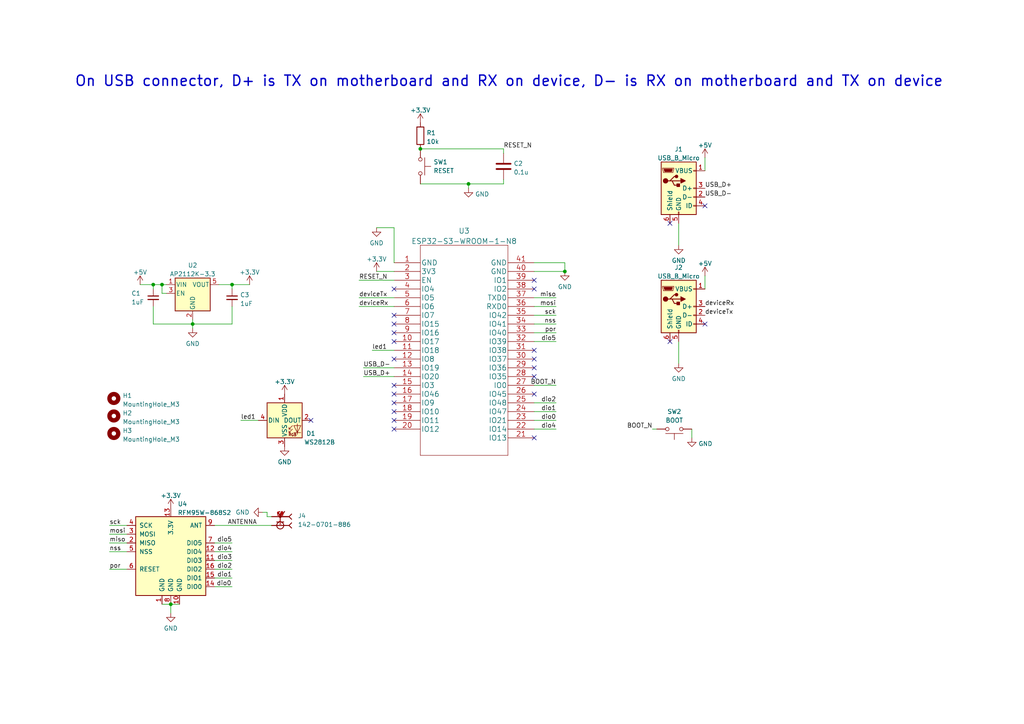
<source format=kicad_sch>
(kicad_sch (version 20230121) (generator eeschema)
  (paper "A4")
  (lib_symbols
    (symbol "Connector:USB_B_Micro" (pin_names (offset 1.016))
      (property "Reference" "J" (at -5.08 11.43 0))
      (property "Value" "USB_B_Micro" (at -5.08 8.89 0))
      (symbol "USB_B_Micro_0_1"
        (rectangle (start -5.08 -7.62) (end 5.08 7.62) (stroke (width 0.254)) (fill (type background)))
        (circle (center -3.81 2.159) (radius 0.635) (stroke (width 0.254)) (fill (type outline)))
        (circle (center -0.635 3.429) (radius 0.381) (stroke (width 0.254)) (fill (type outline)))
        (rectangle (start -0.127 -7.62) (end 0.127 -6.858))
        (polyline (pts (xy -1.905 2.159) (xy 0.635 2.159)) (stroke (width 0.254)))
        (polyline (pts (xy -3.175 2.159) (xy -2.54 2.159) (xy -1.27 3.429) (xy -0.635 3.429)) (stroke (width 0.254)))
        (polyline (pts (xy -2.54 2.159) (xy -1.905 2.159) (xy -1.27 0.889) (xy 0 0.889)) (stroke (width 0.254)))
        (polyline (pts (xy 0.635 2.794) (xy 0.635 1.524) (xy 1.905 2.159) (xy 0.635 2.794)) (stroke (width 0.254)) (fill (type outline)))
        (polyline (pts (xy -4.318 5.588) (xy -1.778 5.588) (xy -2.032 4.826) (xy -4.064 4.826) (xy -4.318 5.588)) (fill (type outline)))
        (polyline (pts (xy -4.699 5.842) (xy -4.699 5.588) (xy -4.445 4.826) (xy -4.445 4.572) (xy -1.651 4.572) (xy -1.651 4.826) (xy -1.397 5.588) (xy -1.397 5.842) (xy -4.699 5.842)))
        (rectangle (start 0.254 1.27) (end -0.508 0.508) (stroke (width 0.254)) (fill (type outline)))
        (rectangle (start 5.08 -5.207) (end 4.318 -4.953))
        (rectangle (start 5.08 -2.667) (end 4.318 -2.413))
        (rectangle (start 5.08 -0.127) (end 4.318 0.127))
        (rectangle (start 5.08 4.953) (end 4.318 5.207))
      )
      (symbol "USB_B_Micro_1_1"
        (pin power_out line (at 7.62 5.08 180) (length 2.54) (name "VBUS") (number "1"))
        (pin bidirectional line (at 7.62 -2.54 180) (length 2.54) (name "D-") (number "2"))
        (pin bidirectional line (at 7.62 0 180) (length 2.54) (name "D+") (number "3"))
        (pin passive line (at 7.62 -5.08 180) (length 2.54) (name "ID") (number "4"))
        (pin power_out line (at 0 -10.16 90) (length 2.54) (name "GND") (number "5"))
        (pin passive line (at -2.54 -10.16 90) (length 2.54) (name "Shield") (number "6"))
      )
    )
    (symbol "Device:C" (pin_numbers hide) (pin_names (offset 0.254))
      (property "Reference" "C" (at 0.635 2.54 0))
      (property "Value" "C" (at 0.635 -2.54 0))
      (symbol "C_0_1"
        (polyline (pts (xy -2.032 -0.762) (xy 2.032 -0.762)) (stroke (width 0.508)))
        (polyline (pts (xy -2.032 0.762) (xy 2.032 0.762)) (stroke (width 0.508)))
      )
      (symbol "C_1_1"
        (pin passive line (at 0 3.81 270) (length 2.794) (name "~") (number "1"))
        (pin passive line (at 0 -3.81 90) (length 2.794) (name "~") (number "2"))
      )
    )
    (symbol "Device:C_Small" (pin_numbers hide) (pin_names (offset 0.254) hide)
      (property "Reference" "C" (at 0.254 1.778 0))
      (property "Value" "C_Small" (at 0.254 -2.032 0))
      (symbol "C_Small_0_1"
        (polyline (pts (xy -1.524 -0.508) (xy 1.524 -0.508)) (stroke (width 0.3302)))
        (polyline (pts (xy -1.524 0.508) (xy 1.524 0.508)) (stroke (width 0.3048)))
      )
      (symbol "C_Small_1_1"
        (pin passive line (at 0 2.54 270) (length 2.032) (name "~") (number "1"))
        (pin passive line (at 0 -2.54 90) (length 2.032) (name "~") (number "2"))
      )
    )
    (symbol "Device:R" (pin_numbers hide) (pin_names (offset 0))
      (property "Reference" "R" (at 2.032 0 90))
      (property "Value" "R" (at 0 0 90))
      (symbol "R_0_1"
        (rectangle (start -1.016 -2.54) (end 1.016 2.54) (stroke (width 0.254)))
      )
      (symbol "R_1_1"
        (pin passive line (at 0 3.81 270) (length 1.27) (name "~") (number "1"))
        (pin passive line (at 0 -3.81 90) (length 1.27) (name "~") (number "2"))
      )
    )
    (symbol "ESP32-S3-WROOM-1-N8:142-0701-886" (pin_names (offset 1.016))
      (property "Reference" "J" (at -3.81 4.064 0))
      (property "Value" "142-0701-886" (at -4.064 -4.318 0))
      (symbol "142-0701-886_0_0"
        (polyline (pts (xy -3.302 -0.762) (xy -2.54 0)) (stroke (width 0.254)))
        (polyline (pts (xy -3.302 0.762) (xy -2.54 0)) (stroke (width 0.254)))
        (polyline (pts (xy -3.302 1.778) (xy -2.54 2.54)) (stroke (width 0.254)))
        (polyline (pts (xy -3.302 3.302) (xy -2.54 2.54)) (stroke (width 0.254)))
        (polyline (pts (xy -2.54 0) (xy 0 0)) (stroke (width 0.254)))
        (polyline (pts (xy -2.54 2.54) (xy 2.54 2.54)) (stroke (width 0.254)))
        (polyline (pts (xy -1.016 1.524) (xy 0 1.524)) (stroke (width 0.254)))
        (polyline (pts (xy -0.762 -0.762) (xy -1.27 -1.524)) (stroke (width 0.254)))
        (polyline (pts (xy 0 -0.762) (xy -0.762 -0.762)) (stroke (width 0.254)))
        (polyline (pts (xy 0 -0.762) (xy -0.508 -1.524)) (stroke (width 0.254)))
        (polyline (pts (xy 0 -0.762) (xy 0.762 -0.762)) (stroke (width 0.254)))
        (polyline (pts (xy 0 0) (xy -2.286 0)) (stroke (width 0.254)))
        (polyline (pts (xy 0 0) (xy 0 -0.762)) (stroke (width 0.254)))
        (polyline (pts (xy 0 1.524) (xy 0 0)) (stroke (width 0.254)))
        (polyline (pts (xy 0 1.524) (xy 1.016 1.524)) (stroke (width 0.254)))
        (polyline (pts (xy 0.762 -0.762) (xy 0.254 -1.524)) (stroke (width 0.254)))
        (polyline (pts (xy 2.54 0) (xy 0 0)) (stroke (width 0.254)))
        (circle (center 0 0) (radius 0.254) (stroke (width 0.254)))
        (circle (center 0 2.54) (radius 1.016) (stroke (width 0.254)))
        (pin passive line (at 2.54 2.54 180) (length 5.08) (name "~") (number "1"))
        (pin passive line (at 2.54 0 180) (length 5.08) (name "~") (number "S1"))
        (pin passive line (at 2.54 0 180) (length 5.08) (name "~") (number "S2"))
        (pin passive line (at 2.54 0 180) (length 5.08) (name "~") (number "S3"))
        (pin passive line (at 2.54 0 180) (length 5.08) (name "~") (number "S4"))
      )
    )
    (symbol "ESP32-S3-WROOM-1-N8:ESP32-S3-WROOM-1-N8" (pin_names (offset 0.254))
      (property "Reference" "U" (at 20.32 10.16 0))
      (property "Value" "ESP32-S3-WROOM-1-N8" (at 20.32 7.62 0))
      (symbol "ESP32-S3-WROOM-1-N8_1_1"
        (polyline (pts (xy 7.62 -55.88) (xy 33.02 -55.88)) (stroke (width 0.127)))
        (polyline (pts (xy 7.62 5.08) (xy 7.62 -55.88)) (stroke (width 0.127)))
        (polyline (pts (xy 33.02 -55.88) (xy 33.02 5.08)) (stroke (width 0.127)))
        (polyline (pts (xy 33.02 5.08) (xy 7.62 5.08)) (stroke (width 0.127)))
        (pin power_in line (at 0 0 0) (length 7.62) (name "GND") (number "1"))
        (pin bidirectional line (at 0 -22.86 0) (length 7.62) (name "IO17") (number "10"))
        (pin bidirectional line (at 0 -25.4 0) (length 7.62) (name "IO18") (number "11"))
        (pin bidirectional line (at 0 -27.94 0) (length 7.62) (name "IO8") (number "12"))
        (pin bidirectional line (at 0 -30.48 0) (length 7.62) (name "IO19") (number "13"))
        (pin bidirectional line (at 0 -33.02 0) (length 7.62) (name "IO20") (number "14"))
        (pin bidirectional line (at 0 -35.56 0) (length 7.62) (name "IO3") (number "15"))
        (pin bidirectional line (at 0 -38.1 0) (length 7.62) (name "IO46") (number "16"))
        (pin bidirectional line (at 0 -40.64 0) (length 7.62) (name "IO9") (number "17"))
        (pin bidirectional line (at 0 -43.18 0) (length 7.62) (name "IO10") (number "18"))
        (pin bidirectional line (at 0 -45.72 0) (length 7.62) (name "IO11") (number "19"))
        (pin power_in line (at 0 -2.54 0) (length 7.62) (name "3V3") (number "2"))
        (pin bidirectional line (at 0 -48.26 0) (length 7.62) (name "IO12") (number "20"))
        (pin bidirectional line (at 40.64 -50.8 180) (length 7.62) (name "IO13") (number "21"))
        (pin bidirectional line (at 40.64 -48.26 180) (length 7.62) (name "IO14") (number "22"))
        (pin bidirectional line (at 40.64 -45.72 180) (length 7.62) (name "IO21") (number "23"))
        (pin bidirectional line (at 40.64 -43.18 180) (length 7.62) (name "IO47") (number "24"))
        (pin bidirectional line (at 40.64 -40.64 180) (length 7.62) (name "IO48") (number "25"))
        (pin bidirectional line (at 40.64 -38.1 180) (length 7.62) (name "IO45") (number "26"))
        (pin bidirectional line (at 40.64 -35.56 180) (length 7.62) (name "IO0") (number "27"))
        (pin bidirectional line (at 40.64 -33.02 180) (length 7.62) (name "IO35") (number "28"))
        (pin bidirectional line (at 40.64 -30.48 180) (length 7.62) (name "IO36") (number "29"))
        (pin input line (at 0 -5.08 0) (length 7.62) (name "EN") (number "3"))
        (pin bidirectional line (at 40.64 -27.94 180) (length 7.62) (name "IO37") (number "30"))
        (pin bidirectional line (at 40.64 -25.4 180) (length 7.62) (name "IO38") (number "31"))
        (pin bidirectional line (at 40.64 -22.86 180) (length 7.62) (name "IO39") (number "32"))
        (pin bidirectional line (at 40.64 -20.32 180) (length 7.62) (name "IO40") (number "33"))
        (pin bidirectional line (at 40.64 -17.78 180) (length 7.62) (name "IO41") (number "34"))
        (pin bidirectional line (at 40.64 -15.24 180) (length 7.62) (name "IO42") (number "35"))
        (pin bidirectional line (at 40.64 -12.7 180) (length 7.62) (name "RXD0") (number "36"))
        (pin bidirectional line (at 40.64 -10.16 180) (length 7.62) (name "TXD0") (number "37"))
        (pin bidirectional line (at 40.64 -7.62 180) (length 7.62) (name "IO2") (number "38"))
        (pin bidirectional line (at 40.64 -5.08 180) (length 7.62) (name "IO1") (number "39"))
        (pin bidirectional line (at 0 -7.62 0) (length 7.62) (name "IO4") (number "4"))
        (pin power_in line (at 40.64 -2.54 180) (length 7.62) (name "GND") (number "40"))
        (pin power_in line (at 40.64 0 180) (length 7.62) (name "GND") (number "41"))
        (pin bidirectional line (at 0 -10.16 0) (length 7.62) (name "IO5") (number "5"))
        (pin bidirectional line (at 0 -12.7 0) (length 7.62) (name "IO6") (number "6"))
        (pin bidirectional line (at 0 -15.24 0) (length 7.62) (name "IO7") (number "7"))
        (pin bidirectional line (at 0 -17.78 0) (length 7.62) (name "IO15") (number "8"))
        (pin bidirectional line (at 0 -20.32 0) (length 7.62) (name "IO16") (number "9"))
      )
    )
    (symbol "LED:WS2812B" (pin_names (offset 0.254))
      (property "Reference" "D" (at 5.08 5.715 0))
      (property "Value" "WS2812B" (at 1.27 -5.715 0))
      (symbol "WS2812B_0_0"
        (text "RGB" (at 2.286 -4.191 0) (effects (font (size 0.762 0.762))))
      )
      (symbol "WS2812B_0_1"
        (polyline (pts (xy 1.27 -3.556) (xy 1.778 -3.556)))
        (polyline (pts (xy 1.27 -2.54) (xy 1.778 -2.54)))
        (polyline (pts (xy 4.699 -3.556) (xy 2.667 -3.556)))
        (polyline (pts (xy 2.286 -2.54) (xy 1.27 -3.556) (xy 1.27 -3.048)))
        (polyline (pts (xy 2.286 -1.524) (xy 1.27 -2.54) (xy 1.27 -2.032)))
        (polyline (pts (xy 3.683 -1.016) (xy 3.683 -3.556) (xy 3.683 -4.064)))
        (polyline (pts (xy 4.699 -1.524) (xy 2.667 -1.524) (xy 3.683 -3.556) (xy 4.699 -1.524)))
        (rectangle (start 5.08 5.08) (end -5.08 -5.08) (stroke (width 0.254)) (fill (type background)))
      )
      (symbol "WS2812B_1_1"
        (pin power_in line (at 0 7.62 270) (length 2.54) (name "VDD") (number "1"))
        (pin output line (at 7.62 0 180) (length 2.54) (name "DOUT") (number "2"))
        (pin power_in line (at 0 -7.62 90) (length 2.54) (name "VSS") (number "3"))
        (pin input line (at -7.62 0 0) (length 2.54) (name "DIN") (number "4"))
      )
    )
    (symbol "Mechanical:MountingHole" (pin_names (offset 1.016))
      (property "Reference" "H" (at 0 5.08 0))
      (property "Value" "MountingHole" (at 0 3.175 0))
      (symbol "MountingHole_0_1"
        (circle (center 0 0) (radius 1.27) (stroke (width 1.27)))
      )
    )
    (symbol "RF_Module:RFM95W-868S2" (pin_names (offset 1.016))
      (property "Reference" "U" (at -10.414 11.684 0))
      (property "Value" "RFM95W-868S2" (at 1.524 11.43 0))
      (symbol "RFM95W-868S2_0_1"
        (rectangle (start -10.16 10.16) (end 10.16 -12.7) (stroke (width 0.254)) (fill (type background)))
      )
      (symbol "RFM95W-868S2_1_1"
        (pin power_in line (at -2.54 -15.24 90) (length 2.54) (name "GND") (number "1"))
        (pin power_in line (at 2.54 -15.24 90) (length 2.54) (name "GND") (number "10"))
        (pin bidirectional line (at 12.7 -2.54 180) (length 2.54) (name "DIO3") (number "11"))
        (pin bidirectional line (at 12.7 0 180) (length 2.54) (name "DIO4") (number "12"))
        (pin power_in line (at 0 12.7 270) (length 2.54) (name "3.3V") (number "13"))
        (pin bidirectional line (at 12.7 -10.16 180) (length 2.54) (name "DIO0") (number "14"))
        (pin bidirectional line (at 12.7 -7.62 180) (length 2.54) (name "DIO1") (number "15"))
        (pin bidirectional line (at 12.7 -5.08 180) (length 2.54) (name "DIO2") (number "16"))
        (pin output line (at -12.7 2.54 0) (length 2.54) (name "MISO") (number "2"))
        (pin input line (at -12.7 5.08 0) (length 2.54) (name "MOSI") (number "3"))
        (pin input line (at -12.7 7.62 0) (length 2.54) (name "SCK") (number "4"))
        (pin input line (at -12.7 0 0) (length 2.54) (name "NSS") (number "5"))
        (pin bidirectional line (at -12.7 -5.08 0) (length 2.54) (name "RESET") (number "6"))
        (pin bidirectional line (at 12.7 2.54 180) (length 2.54) (name "DIO5") (number "7"))
        (pin power_in line (at 0 -15.24 90) (length 2.54) (name "GND") (number "8"))
        (pin bidirectional line (at 12.7 7.62 180) (length 2.54) (name "ANT") (number "9"))
      )
    )
    (symbol "Regulator_Linear:AP2112K-3.3" (pin_names (offset 0.254))
      (property "Reference" "U" (at -5.08 5.715 0))
      (property "Value" "AP2112K-3.3" (at 0 5.715 0))
      (symbol "AP2112K-3.3_0_1"
        (rectangle (start -5.08 4.445) (end 5.08 -5.08) (stroke (width 0.254)) (fill (type background)))
      )
      (symbol "AP2112K-3.3_1_1"
        (pin power_in line (at -7.62 2.54 0) (length 2.54) (name "VIN") (number "1"))
        (pin power_in line (at 0 -7.62 90) (length 2.54) (name "GND") (number "2"))
        (pin input line (at -7.62 0 0) (length 2.54) (name "EN") (number "3"))
        (pin no_connect line (at 5.08 0 180) (length 2.54) hide (name "NC") (number "4"))
        (pin power_out line (at 7.62 2.54 180) (length 2.54) (name "VOUT") (number "5"))
      )
    )
    (symbol "Switch:SW_Push" (pin_numbers hide) (pin_names (offset 1.016) hide)
      (property "Reference" "SW" (at 1.27 2.54 0))
      (property "Value" "SW_Push" (at 0 -1.524 0))
      (symbol "SW_Push_0_1"
        (circle (center -2.032 0) (radius 0.508))
        (polyline (pts (xy 0 1.27) (xy 0 3.048)))
        (polyline (pts (xy 2.54 1.27) (xy -2.54 1.27)))
        (circle (center 2.032 0) (radius 0.508))
        (pin passive line (at -5.08 0 0) (length 2.54) (name "1") (number "1"))
        (pin passive line (at 5.08 0 180) (length 2.54) (name "2") (number "2"))
      )
    )
    (symbol "power:+3.3V" (power) (pin_names (offset 0))
      (property "Value" "+3.3V" (at 0 3.556 0))
      (symbol "+3.3V_0_1"
        (polyline (pts (xy -0.762 1.27) (xy 0 2.54)))
        (polyline (pts (xy 0 0) (xy 0 2.54)))
        (polyline (pts (xy 0 2.54) (xy 0.762 1.27)))
      )
      (symbol "+3.3V_1_1"
        (pin power_in line (at 0 0 90) (length 0) hide (name "+3.3V") (number "1"))
      )
    )
    (symbol "power:+5V" (power) (pin_names (offset 0))
      (property "Value" "+5V" (at 0 3.556 0))
      (symbol "+5V_0_1"
        (polyline (pts (xy -0.762 1.27) (xy 0 2.54)))
        (polyline (pts (xy 0 0) (xy 0 2.54)))
        (polyline (pts (xy 0 2.54) (xy 0.762 1.27)))
      )
      (symbol "+5V_1_1"
        (pin power_in line (at 0 0 90) (length 0) hide (name "+5V") (number "1"))
      )
    )
    (symbol "power:GND" (power) (pin_names (offset 0))
      (property "Value" "GND" (at 0 -3.81 0))
      (symbol "GND_0_1"
        (polyline (pts (xy 0 0) (xy 0 -1.27) (xy 1.27 -1.27) (xy 0 -2.54) (xy -1.27 -1.27) (xy 0 -1.27)))
      )
      (symbol "GND_1_1"
        (pin power_in line (at 0 0 270) (length 0) hide (name "GND") (number "1"))
      )
    )
  )
  (junction (at 46.99 82.55))
  (junction (at 135.89 53.34))
  (junction (at 163.83 78.74))
  (junction (at 44.45 82.55))
  (junction (at 55.88 93.98))
  (junction (at 67.31 82.55))
  (junction (at 49.53 175.26))
  (junction (at 121.92 43.18))
  (no_connect (at 154.94 104.14))
  (no_connect (at 194.31 99.06))
  (no_connect (at 194.31 64.77))
  (no_connect (at 114.3 99.06))
  (no_connect (at 90.17 121.92))
  (no_connect (at 114.3 96.52))
  (no_connect (at 154.94 109.22))
  (no_connect (at 114.3 111.76))
  (no_connect (at 204.47 93.98))
  (no_connect (at 114.3 91.44))
  (no_connect (at 204.47 59.69))
  (no_connect (at 114.3 119.38))
  (no_connect (at 154.94 81.28))
  (no_connect (at 114.3 121.92))
  (no_connect (at 114.3 93.98))
  (no_connect (at 154.94 106.68))
  (no_connect (at 154.94 101.6))
  (no_connect (at 114.3 114.3))
  (no_connect (at 154.94 83.82))
  (no_connect (at 114.3 104.14))
  (no_connect (at 154.94 114.3))
  (no_connect (at 114.3 116.84))
  (no_connect (at 114.3 124.46))
  (no_connect (at 154.94 127))
  (no_connect (at 114.3 83.82))
  (wire (pts (xy 161.29 99.06) (xy 154.94 99.06)))
  (wire (pts (xy 46.99 82.55) (xy 48.26 82.55)))
  (wire (pts (xy 55.88 92.71) (xy 55.88 93.98)))
  (wire (pts (xy 67.31 162.56) (xy 62.23 162.56)))
  (wire (pts (xy 31.75 154.94) (xy 36.83 154.94)))
  (wire (pts (xy 31.75 160.02) (xy 36.83 160.02)))
  (wire (pts (xy 104.14 86.36) (xy 114.3 86.36)))
  (wire (pts (xy 196.85 99.06) (xy 196.85 105.41)))
  (wire (pts (xy 146.05 44.45) (xy 146.05 43.18)))
  (wire (pts (xy 161.29 86.36) (xy 154.94 86.36)))
  (wire (pts (xy 69.85 121.92) (xy 74.93 121.92)))
  (wire (pts (xy 109.22 66.04) (xy 114.3 66.04)))
  (wire (pts (xy 55.88 95.25) (xy 55.88 93.98)))
  (wire (pts (xy 67.31 83.82) (xy 67.31 82.55)))
  (wire (pts (xy 161.29 119.38) (xy 154.94 119.38)))
  (wire (pts (xy 105.41 109.22) (xy 114.3 109.22)))
  (wire (pts (xy 77.47 148.59) (xy 76.2 148.59)))
  (wire (pts (xy 204.47 45.72) (xy 204.47 49.53)))
  (wire (pts (xy 161.29 93.98) (xy 154.94 93.98)))
  (wire (pts (xy 77.47 148.59) (xy 77.47 149.86)))
  (wire (pts (xy 67.31 160.02) (xy 62.23 160.02)))
  (wire (pts (xy 46.99 85.09) (xy 46.99 82.55)))
  (wire (pts (xy 161.29 124.46) (xy 154.94 124.46)))
  (wire (pts (xy 200.66 124.46) (xy 200.66 127)))
  (wire (pts (xy 204.47 80.01) (xy 204.47 83.82)))
  (wire (pts (xy 154.94 78.74) (xy 163.83 78.74)))
  (wire (pts (xy 40.64 82.55) (xy 44.45 82.55)))
  (wire (pts (xy 196.85 71.12) (xy 196.85 64.77)))
  (wire (pts (xy 31.75 152.4) (xy 36.83 152.4)))
  (wire (pts (xy 105.41 106.68) (xy 114.3 106.68)))
  (wire (pts (xy 49.53 175.26) (xy 52.07 175.26)))
  (wire (pts (xy 63.5 82.55) (xy 67.31 82.55)))
  (wire (pts (xy 163.83 76.2) (xy 163.83 78.74)))
  (wire (pts (xy 48.26 85.09) (xy 46.99 85.09)))
  (wire (pts (xy 67.31 170.18) (xy 62.23 170.18)))
  (wire (pts (xy 161.29 91.44) (xy 154.94 91.44)))
  (wire (pts (xy 44.45 82.55) (xy 44.45 83.82)))
  (wire (pts (xy 49.53 175.26) (xy 49.53 177.8)))
  (wire (pts (xy 114.3 101.6) (xy 107.95 101.6)))
  (wire (pts (xy 161.29 96.52) (xy 154.94 96.52)))
  (wire (pts (xy 67.31 165.1) (xy 62.23 165.1)))
  (wire (pts (xy 121.92 43.18) (xy 146.05 43.18)))
  (wire (pts (xy 67.31 82.55) (xy 72.39 82.55)))
  (wire (pts (xy 67.31 157.48) (xy 62.23 157.48)))
  (wire (pts (xy 44.45 82.55) (xy 46.99 82.55)))
  (wire (pts (xy 44.45 93.98) (xy 55.88 93.98)))
  (wire (pts (xy 31.75 157.48) (xy 36.83 157.48)))
  (wire (pts (xy 135.89 53.34) (xy 146.05 53.34)))
  (wire (pts (xy 109.22 78.74) (xy 114.3 78.74)))
  (wire (pts (xy 104.14 88.9) (xy 114.3 88.9)))
  (wire (pts (xy 189.23 124.46) (xy 190.5 124.46)))
  (wire (pts (xy 62.23 152.4) (xy 78.74 152.4)))
  (wire (pts (xy 44.45 88.9) (xy 44.45 93.98)))
  (wire (pts (xy 146.05 52.07) (xy 146.05 53.34)))
  (wire (pts (xy 114.3 66.04) (xy 114.3 76.2)))
  (wire (pts (xy 67.31 167.64) (xy 62.23 167.64)))
  (wire (pts (xy 161.29 121.92) (xy 154.94 121.92)))
  (wire (pts (xy 77.47 149.86) (xy 78.74 149.86)))
  (wire (pts (xy 46.99 175.26) (xy 49.53 175.26)))
  (wire (pts (xy 161.29 88.9) (xy 154.94 88.9)))
  (wire (pts (xy 121.92 53.34) (xy 135.89 53.34)))
  (wire (pts (xy 161.29 111.76) (xy 154.94 111.76)))
  (wire (pts (xy 67.31 88.9) (xy 67.31 93.98)))
  (wire (pts (xy 55.88 93.98) (xy 67.31 93.98)))
  (wire (pts (xy 161.29 116.84) (xy 154.94 116.84)))
  (wire (pts (xy 135.89 54.61) (xy 135.89 53.34)))
  (wire (pts (xy 154.94 76.2) (xy 163.83 76.2)))
  (wire (pts (xy 31.75 165.1) (xy 36.83 165.1)))
  (wire (pts (xy 104.14 81.28) (xy 114.3 81.28)))
  (text "On USB connector, D+ is TX on motherboard and RX on device, D- is RX on motherboard and TX on device" (at 21.59 25.4 0) (effects (font (size 3 3) (thickness 0.4) bold) (justify left bottom)))
  (label "dio5" (at 161.29 99.06 180))
  (label "led1" (at 107.95 101.6 0))
  (label "nss" (at 161.29 93.98 180))
  (label "deviceTx" (at 104.14 86.36 0))
  (label "RESET_N" (at 146.05 43.18 0))
  (label "sck" (at 31.75 152.4 0))
  (label "deviceRx" (at 204.47 88.9 0))
  (label "dio1" (at 67.31 167.64 180))
  (label "nss" (at 31.75 160.02 0))
  (label "USB_D-" (at 105.41 106.68 0))
  (label "miso" (at 161.29 86.36 180))
  (label "BOOT_N" (at 189.23 124.46 180))
  (label "RESET_N" (at 104.14 81.28 0))
  (label "mosi" (at 31.75 154.94 0))
  (label "ANTENNA" (at 66.04 152.4 0))
  (label "dio4" (at 161.29 124.46 180))
  (label "USB_D+" (at 105.41 109.22 0))
  (label "USB_D+" (at 204.47 54.61 0))
  (label "por" (at 161.29 96.52 180))
  (label "mosi" (at 161.29 88.9 180))
  (label "dio2" (at 67.31 165.1 180))
  (label "dio2" (at 161.29 116.84 180))
  (label "deviceTx" (at 204.47 91.44 0))
  (label "dio1" (at 161.29 119.38 180))
  (label "USB_D-" (at 204.47 57.15 0))
  (label "sck" (at 161.29 91.44 180))
  (label "dio5" (at 67.31 157.48 180))
  (label "por" (at 31.75 165.1 0))
  (label "miso" (at 31.75 157.48 0))
  (label "dio0" (at 67.1377 170.18 180))
  (label "dio4" (at 67.31 160.02 180))
  (label "dio0" (at 161.29 121.92 180))
  (label "led1" (at 69.85 121.92 0))
  (label "dio3" (at 67.31 162.56 180))
  (label "deviceRx" (at 104.14 88.9 0))
  (label "BOOT_N" (at 161.29 111.76 180))
  (symbol (lib_id "power:+3.3V") (at 109.22 78.74 0) (unit 1)
    (property "Reference" "#PWR0104" (effects hide))
    (property "Value" "+3.3V" (at 109.22 75.1642 0))
  )
  (symbol (lib_id "power:GND") (at 163.83 78.74 0) (unit 1)
    (property "Reference" "#PWR0114" (effects hide))
    (property "Value" "GND" (at 163.83 83.1834 0))
  )
  (symbol (lib_id "Device:R") (at 121.92 39.37 0) (unit 1)
    (property "Reference" "R1" (at 123.698 38.5353 0) (effects (justify left)))
    (property "Value" "10k" (at 123.698 41.0722 0) (effects (justify left)))
    (property "Footprint" "Resistor_SMD:R_0603_1608Metric" (effects hide))
  )
  (symbol (lib_id "power:GND") (at 196.85 105.41 0) (unit 1)
    (property "Reference" "#PWR0111" (effects hide))
    (property "Value" "GND" (at 196.85 109.8534 0))
  )
  (symbol (lib_id "Mechanical:MountingHole") (at 33.02 120.65 0) (unit 1)
    (property "Reference" "H2" (at 35.56 119.8153 0) (effects (justify left)))
    (property "Value" "MountingHole_M3" (at 35.56 122.3522 0) (effects (justify left)))
    (property "Footprint" "MountingHole:MountingHole_3.2mm_M3" (effects hide))
  )
  (symbol (lib_id "power:+3.3V") (at 72.39 82.55 0) (unit 1)
    (property "Reference" "#PWR0101" (effects hide))
    (property "Value" "+3.3V" (at 72.39 78.9742 0))
  )
  (symbol (lib_id "Switch:SW_Push") (at 195.58 124.46 180) (unit 1)
    (property "Reference" "SW2" (at 195.58 119.38 0))
    (property "Value" "BOOT" (at 195.58 121.92 0))
    (property "Footprint" "footprints:PTS815 SJK 250 SMTR LFS" (effects hide))
  )
  (symbol (lib_id "Switch:SW_Push") (at 121.92 48.26 270) (unit 1)
    (property "Reference" "SW1" (at 125.73 46.9899 90) (effects (justify left)))
    (property "Value" "RESET" (at 125.73 49.5299 90) (effects (justify left)))
    (property "Footprint" "footprints:PTS815 SJK 250 SMTR LFS" (effects hide))
  )
  (symbol (lib_id "power:GND") (at 76.2 148.59 270) (unit 1)
    (property "Reference" "#PWR03" (effects hide))
    (property "Value" "GND" (at 72.39 148.59 90) (effects (justify right)))
  )
  (symbol (lib_id "power:GND") (at 109.22 66.04 0) (unit 1)
    (property "Reference" "#PWR0106" (effects hide))
    (property "Value" "GND" (at 109.22 70.4834 0))
  )
  (symbol (lib_id "Connector:USB_B_Micro") (at 196.85 54.61 0) (unit 1)
    (property "Reference" "J1" (at 196.85 43.2902 0))
    (property "Value" "USB_B_Micro" (at 196.85 45.8271 0))
    (property "Footprint" "Connector_USB:USB_Micro-B_Wuerth_629105150521" (effects hide))
  )
  (symbol (lib_id "power:GND") (at 49.53 177.8 0) (unit 1)
    (property "Reference" "#PWR02" (effects hide))
    (property "Value" "GND" (at 49.53 182.2434 0))
  )
  (symbol (lib_id "ESP32-S3-WROOM-1-N8:142-0701-886") (at 81.28 149.86 180) (unit 1)
    (property "Reference" "J4" (at 86.36 149.606 0) (effects (justify right)))
    (property "Value" "142-0701-886" (at 86.36 152.146 0) (effects (justify right)))
    (property "Footprint" "footprints:TAOGLAS_EMPCB.SMAFSTJ.B.HT" (effects hide))
    (property "MF" "Cinch Connectivity Solutions Johnson" (effects hide))
    (property "MAXIMUM_PACKAGE_HEIGHT" "8.052 mm" (effects hide))
    (property "Package" "None" (effects hide))
    (property "Price" "None" (effects hide))
    (property "Check_prices" "https://www.snapeda.com/parts/142-0701-886/Cinch+Connectors/view-part/?ref=eda" (effects hide))
    (property "STANDARD" "Manufacturer Recommendations" (effects hide))
    (property "PARTREV" "4a" (effects hide))
    (property "SnapEDA_Link" "https://www.snapeda.com/parts/142-0701-886/Cinch+Connectors/view-part/?ref=snap" (effects hide))
    (property "MP" "142-0701-886" (effects hide))
    (property "Purchase-URL" "https://www.snapeda.com/api/url_track_click_mouser/?unipart_id=5394317&manufacturer=Cinch Connectivity Solutions Johnson&part_name=142-0701-886&search_term=none" (effects hide))
    (property "Description" "\nSMA Connector Jack, Female Socket 50 Ohms Board Edge, End Launch Solder\n" (effects hide))
    (property "Availability" "In Stock" (effects hide))
    (property "MANUFACTURER" "Cinch Connectivity" (effects hide))
  )
  (symbol (lib_id "LED:WS2812B") (at 82.55 121.92 0) (unit 1)
    (property "Reference" "D1" (at 90.17 125.73 0))
    (property "Value" "WS2812B" (at 92.71 128.27 0))
    (property "Footprint" "LED_SMD:LED_WS2812B_PLCC4_5.0x5.0mm_P3.2mm" (effects hide))
    (property "Datasheet" "https://cdn-shop.adafruit.com/datasheets/WS2812B.pdf" (effects hide))
  )
  (symbol (lib_id "Regulator_Linear:AP2112K-3.3") (at 55.88 85.09 0) (unit 1)
    (property "Reference" "U2" (at 55.88 76.9452 0))
    (property "Value" "AP2112K-3.3" (at 55.88 79.4821 0))
    (property "Footprint" "Package_TO_SOT_SMD:SOT-23-5" (effects hide))
    (property "Datasheet" "https://www.diodes.com/assets/Datasheets/AP2112.pdf" (effects hide))
  )
  (symbol (lib_id "power:+3.3V") (at 82.55 114.3 0) (unit 1)
    (property "Reference" "#PWR0109" (effects hide))
    (property "Value" "+3.3V" (at 82.55 110.7242 0))
  )
  (symbol (lib_id "power:+3.3V") (at 121.92 35.56 0) (unit 1)
    (property "Reference" "#PWR0116" (effects hide))
    (property "Value" "+3.3V" (at 121.92 31.9842 0))
  )
  (symbol (lib_id "Device:C_Small") (at 44.45 86.36 0) (unit 1)
    (property "Reference" "C1" (at 38.1 85.0931 0) (effects (justify left)))
    (property "Value" "1uF" (at 38.1 87.63 0) (effects (justify left)))
    (property "Footprint" "Capacitor_SMD:C_0603_1608Metric" (effects hide))
  )
  (symbol (lib_id "Connector:USB_B_Micro") (at 196.85 88.9 0) (unit 1)
    (property "Reference" "J2" (at 196.85 77.5802 0))
    (property "Value" "USB_B_Micro" (at 196.85 80.1171 0))
    (property "Footprint" "Connector_USB:USB_Micro-B_Wuerth_629105150521" (effects hide))
  )
  (symbol (lib_id "power:GND") (at 135.89 54.61 0) (unit 1)
    (property "Reference" "#PWR0115" (effects hide))
    (property "Value" "GND" (at 137.795 56.3138 0) (effects (justify left)))
  )
  (symbol (lib_id "power:GND") (at 82.55 129.54 0) (unit 1)
    (property "Reference" "#PWR0119" (effects hide))
    (property "Value" "GND" (at 82.55 133.9834 0))
  )
  (symbol (lib_id "Mechanical:MountingHole") (at 33.02 125.73 0) (unit 1)
    (property "Reference" "H3" (at 35.56 124.8953 0) (effects (justify left)))
    (property "Value" "MountingHole_M3" (at 35.56 127.4322 0) (effects (justify left)))
    (property "Footprint" "MountingHole:MountingHole_3.2mm_M3" (effects hide))
  )
  (symbol (lib_id "Mechanical:MountingHole") (at 33.02 115.57 0) (unit 1)
    (property "Reference" "H1" (at 35.56 114.7353 0) (effects (justify left)))
    (property "Value" "MountingHole_M3" (at 35.56 117.2722 0) (effects (justify left)))
    (property "Footprint" "MountingHole:MountingHole_3.2mm_M3" (effects hide))
  )
  (symbol (lib_id "power:GND") (at 196.85 71.12 0) (unit 1)
    (property "Reference" "#PWR0108" (effects hide))
    (property "Value" "GND" (at 196.85 75.5634 0))
  )
  (symbol (lib_id "ESP32-S3-WROOM-1-N8:ESP32-S3-WROOM-1-N8") (at 114.3 76.2 0) (unit 1)
    (property "Reference" "U3" (at 134.62 66.9724 0) (effects (font (size 1.524 1.524))))
    (property "Value" "ESP32-S3-WROOM-1-N8" (at 134.62 69.9658 0) (effects (font (size 1.524 1.524))))
    (property "Footprint" "RF_Module:ESP32-S3-WROOM-1" (effects hide))
  )
  (symbol (lib_id "power:+5V") (at 40.64 82.55 0) (unit 1)
    (property "Reference" "#PWR0102" (effects hide))
    (property "Value" "+5V" (at 40.64 78.9742 0))
  )
  (symbol (lib_id "power:GND") (at 55.88 95.25 0) (unit 1)
    (property "Reference" "#PWR0103" (effects hide))
    (property "Value" "GND" (at 55.88 99.6934 0))
  )
  (symbol (lib_id "Device:C") (at 146.05 48.26 0) (unit 1)
    (property "Reference" "C2" (at 148.971 47.4253 0) (effects (justify left)))
    (property "Value" "0.1u" (at 148.971 49.9622 0) (effects (justify left)))
    (property "Footprint" "Capacitor_SMD:C_0603_1608Metric" (effects hide))
  )
  (symbol (lib_id "power:+3.3V") (at 49.53 147.32 0) (unit 1)
    (property "Reference" "#PWR01" (effects hide))
    (property "Value" "+3.3V" (at 49.53 143.7442 0))
  )
  (symbol (lib_id "power:GND") (at 200.66 127 0) (unit 1)
    (property "Reference" "#PWR0117" (effects hide))
    (property "Value" "GND" (at 202.565 128.7038 0) (effects (justify left)))
  )
  (symbol (lib_id "RF_Module:RFM95W-868S2") (at 49.53 160.02 0) (unit 1)
    (property "Reference" "U4" (at 51.5494 146.1602 0) (effects (justify left)))
    (property "Value" "RFM95W-868S2" (at 51.5494 148.6971 0) (effects (justify left)))
    (property "Footprint" "RF_Module:HOPERF_RFM9XW_SMD" (effects hide))
    (property "Datasheet" "https://www.hoperf.com/data/upload/portal/20181127/5bfcbea20e9ef.pdf" (effects hide))
  )
  (symbol (lib_id "power:+5V") (at 204.47 45.72 0) (unit 1)
    (property "Reference" "#PWR0113" (effects hide))
    (property "Value" "+5V" (at 204.47 42.1442 0))
  )
  (symbol (lib_id "power:+5V") (at 204.47 80.01 0) (unit 1)
    (property "Reference" "#PWR0110" (effects hide))
    (property "Value" "+5V" (at 204.47 76.4342 0))
  )
  (symbol (lib_id "Device:C_Small") (at 67.31 86.36 0) (unit 1)
    (property "Reference" "C3" (at 69.6341 85.5316 0) (effects (justify left)))
    (property "Value" "1uF" (at 69.6341 88.0685 0) (effects (justify left)))
    (property "Footprint" "Capacitor_SMD:C_0603_1608Metric" (effects hide))
  )
)
</source>
